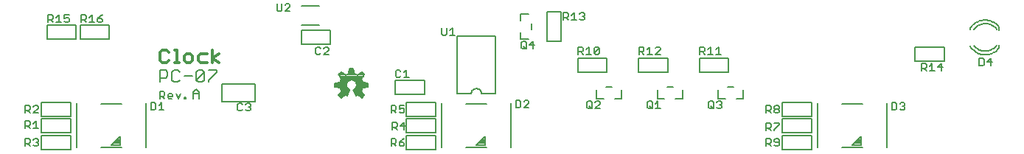
<source format=gto>
G75*
G70*
%OFA0B0*%
%FSLAX24Y24*%
%IPPOS*%
%LPD*%
%AMOC8*
5,1,8,0,0,1.08239X$1,22.5*
%
%ADD10C,0.0070*%
%ADD11C,0.0080*%
%ADD12C,0.0120*%
D10*
X003758Y000495D02*
X003758Y000825D01*
X003924Y000825D01*
X003979Y000770D01*
X003979Y000660D01*
X003924Y000605D01*
X003758Y000605D01*
X003868Y000605D02*
X003979Y000495D01*
X004127Y000550D02*
X004182Y000495D01*
X004292Y000495D01*
X004347Y000550D01*
X004347Y000605D01*
X004292Y000660D01*
X004237Y000660D01*
X004292Y000660D02*
X004347Y000715D01*
X004347Y000770D01*
X004292Y000825D01*
X004182Y000825D01*
X004127Y000770D01*
X004500Y000980D02*
X004500Y000340D01*
X005820Y000340D01*
X005820Y000980D01*
X004500Y000980D01*
X004500Y001090D02*
X004500Y001730D01*
X005820Y001730D01*
X005820Y001090D01*
X004500Y001090D01*
X004347Y001295D02*
X004127Y001295D01*
X004237Y001295D02*
X004237Y001625D01*
X004127Y001515D01*
X003979Y001460D02*
X003924Y001405D01*
X003758Y001405D01*
X003868Y001405D02*
X003979Y001295D01*
X003758Y001295D02*
X003758Y001625D01*
X003924Y001625D01*
X003979Y001570D01*
X003979Y001460D01*
X004500Y001840D02*
X004500Y002480D01*
X005820Y002480D01*
X005820Y001840D01*
X004500Y001840D01*
X004347Y001995D02*
X004127Y001995D01*
X004347Y002215D01*
X004347Y002270D01*
X004292Y002325D01*
X004182Y002325D01*
X004127Y002270D01*
X003979Y002270D02*
X003979Y002160D01*
X003924Y002105D01*
X003758Y002105D01*
X003758Y001995D02*
X003758Y002325D01*
X003924Y002325D01*
X003979Y002270D01*
X003868Y002105D02*
X003979Y001995D01*
X009438Y002126D02*
X009603Y002126D01*
X009658Y002181D01*
X009658Y002401D01*
X009603Y002456D01*
X009438Y002456D01*
X009438Y002126D01*
X009807Y002126D02*
X010027Y002126D01*
X009917Y002126D02*
X009917Y002456D01*
X009807Y002346D01*
X009845Y002645D02*
X009845Y002975D01*
X010010Y002975D01*
X010065Y002920D01*
X010065Y002810D01*
X010010Y002755D01*
X009845Y002755D01*
X009955Y002755D02*
X010065Y002645D01*
X010213Y002700D02*
X010213Y002810D01*
X010268Y002865D01*
X010378Y002865D01*
X010434Y002810D01*
X010434Y002755D01*
X010213Y002755D01*
X010213Y002700D02*
X010268Y002645D01*
X010378Y002645D01*
X010582Y002865D02*
X010692Y002645D01*
X010802Y002865D01*
X010950Y002700D02*
X011005Y002700D01*
X011005Y002645D01*
X010950Y002645D01*
X010950Y002700D01*
X012670Y002510D02*
X014150Y002510D01*
X014150Y003310D01*
X012670Y003310D01*
X012670Y002510D01*
X013358Y002370D02*
X013413Y002425D01*
X013524Y002425D01*
X013579Y002370D01*
X013727Y002370D02*
X013782Y002425D01*
X013892Y002425D01*
X013947Y002370D01*
X013947Y002315D01*
X013892Y002260D01*
X013947Y002205D01*
X013947Y002150D01*
X013892Y002095D01*
X013782Y002095D01*
X013727Y002150D01*
X013579Y002150D02*
X013524Y002095D01*
X013413Y002095D01*
X013358Y002150D01*
X013358Y002370D01*
X013837Y002260D02*
X013892Y002260D01*
X017919Y002798D02*
X018048Y002669D01*
X018237Y002823D01*
X018313Y002784D01*
X018420Y003043D01*
X018380Y003065D01*
X018344Y003094D01*
X018315Y003130D01*
X018293Y003170D01*
X018280Y003214D01*
X018276Y003260D01*
X018281Y003310D01*
X018297Y003358D01*
X018323Y003401D01*
X018358Y003438D01*
X018400Y003467D01*
X018446Y003486D01*
X018496Y003494D01*
X018547Y003491D01*
X018595Y003478D01*
X018640Y003455D01*
X018679Y003422D01*
X018710Y003382D01*
X018731Y003337D01*
X018743Y003288D01*
X018743Y003237D01*
X018733Y003188D01*
X018712Y003141D01*
X018682Y003101D01*
X018644Y003068D01*
X018600Y003043D01*
X018707Y002784D01*
X018783Y002823D01*
X018972Y002669D01*
X019101Y002798D01*
X018947Y002987D01*
X018986Y003063D01*
X019012Y003144D01*
X019254Y003169D01*
X019254Y003351D01*
X019012Y003376D01*
X018986Y003457D01*
X018947Y003533D01*
X019101Y003722D01*
X018972Y003851D01*
X018783Y003697D01*
X018707Y003736D01*
X018626Y003762D01*
X018601Y004004D01*
X018419Y004004D01*
X018394Y003762D01*
X018313Y003736D01*
X018237Y003697D01*
X018048Y003851D01*
X017919Y003722D01*
X018073Y003533D01*
X018034Y003457D01*
X018008Y003376D01*
X017766Y003351D01*
X017766Y003169D01*
X018008Y003144D01*
X018034Y003063D01*
X018073Y002987D01*
X017919Y002798D01*
X017946Y002832D02*
X018333Y002832D01*
X018361Y002900D02*
X018002Y002900D01*
X018058Y002969D02*
X018389Y002969D01*
X018418Y003037D02*
X018047Y003037D01*
X018020Y003106D02*
X018335Y003106D01*
X018292Y003174D02*
X017766Y003174D01*
X017766Y003243D02*
X018277Y003243D01*
X018281Y003311D02*
X017766Y003311D01*
X018009Y003380D02*
X018310Y003380D01*
X018372Y003448D02*
X018031Y003448D01*
X018064Y003517D02*
X018956Y003517D01*
X018989Y003585D02*
X018031Y003585D01*
X017975Y003654D02*
X019045Y003654D01*
X019101Y003722D02*
X018814Y003722D01*
X018735Y003722D02*
X018285Y003722D01*
X018206Y003722D02*
X017919Y003722D01*
X017988Y003791D02*
X018122Y003791D01*
X018397Y003791D02*
X018623Y003791D01*
X018616Y003859D02*
X018404Y003859D01*
X018411Y003928D02*
X018609Y003928D01*
X018602Y003996D02*
X018418Y003996D01*
X018898Y003791D02*
X019032Y003791D01*
X020515Y003880D02*
X020515Y003660D01*
X020570Y003605D01*
X020680Y003605D01*
X020735Y003660D01*
X020883Y003605D02*
X021104Y003605D01*
X020993Y003605D02*
X020993Y003935D01*
X020883Y003825D01*
X020735Y003880D02*
X020680Y003935D01*
X020570Y003935D01*
X020515Y003880D01*
X020500Y003480D02*
X021820Y003480D01*
X021820Y002840D01*
X020500Y002840D01*
X020500Y003480D01*
X019254Y003311D02*
X018737Y003311D01*
X018743Y003243D02*
X019254Y003243D01*
X019254Y003174D02*
X018727Y003174D01*
X018686Y003106D02*
X019000Y003106D01*
X018973Y003037D02*
X018602Y003037D01*
X018631Y002969D02*
X018962Y002969D01*
X019018Y002900D02*
X018659Y002900D01*
X018687Y002832D02*
X019074Y002832D01*
X019066Y002763D02*
X018856Y002763D01*
X018940Y002695D02*
X018997Y002695D01*
X018164Y002763D02*
X017954Y002763D01*
X018023Y002695D02*
X018080Y002695D01*
X020308Y002325D02*
X020474Y002325D01*
X020529Y002270D01*
X020529Y002160D01*
X020474Y002105D01*
X020308Y002105D01*
X020308Y001995D02*
X020308Y002325D01*
X020677Y002325D02*
X020677Y002160D01*
X020787Y002215D01*
X020842Y002215D01*
X020897Y002160D01*
X020897Y002050D01*
X020842Y001995D01*
X020732Y001995D01*
X020677Y002050D01*
X020529Y001995D02*
X020418Y002105D01*
X020677Y002325D02*
X020897Y002325D01*
X021000Y002480D02*
X021000Y001840D01*
X022320Y001840D01*
X022320Y002480D01*
X021000Y002480D01*
X023294Y002861D02*
X023924Y002861D01*
X023926Y002891D01*
X023931Y002920D01*
X023941Y002948D01*
X023953Y002975D01*
X023969Y003000D01*
X023988Y003023D01*
X024010Y003043D01*
X024034Y003060D01*
X024060Y003075D01*
X024087Y003085D01*
X024116Y003093D01*
X024145Y003097D01*
X024175Y003097D01*
X024204Y003093D01*
X024233Y003085D01*
X024260Y003075D01*
X024286Y003060D01*
X024310Y003043D01*
X024332Y003023D01*
X024351Y003000D01*
X024367Y002975D01*
X024379Y002948D01*
X024389Y002920D01*
X024394Y002891D01*
X024396Y002861D01*
X025026Y002861D01*
X025026Y005459D01*
X023294Y005459D01*
X023294Y002861D01*
X025938Y002556D02*
X026103Y002556D01*
X026158Y002501D01*
X026158Y002281D01*
X026103Y002226D01*
X025938Y002226D01*
X025938Y002556D01*
X026307Y002501D02*
X026362Y002556D01*
X026472Y002556D01*
X026527Y002501D01*
X026527Y002446D01*
X026307Y002226D01*
X026527Y002226D01*
X029158Y002250D02*
X029213Y002195D01*
X029324Y002195D01*
X029379Y002250D01*
X029379Y002470D01*
X029324Y002525D01*
X029213Y002525D01*
X029158Y002470D01*
X029158Y002250D01*
X029268Y002305D02*
X029379Y002195D01*
X029527Y002195D02*
X029747Y002415D01*
X029747Y002470D01*
X029692Y002525D01*
X029582Y002525D01*
X029527Y002470D01*
X029589Y002654D02*
X029589Y003028D01*
X030022Y003166D02*
X030298Y003166D01*
X030731Y003028D02*
X030731Y002654D01*
X030416Y002654D01*
X029904Y002654D02*
X029589Y002654D01*
X031884Y002471D02*
X031939Y002526D01*
X032049Y002526D01*
X032104Y002471D01*
X032104Y002250D01*
X032049Y002195D01*
X031939Y002195D01*
X031884Y002250D01*
X031884Y002471D01*
X032252Y002416D02*
X032362Y002526D01*
X032362Y002195D01*
X032252Y002195D02*
X032472Y002195D01*
X032104Y002195D02*
X031994Y002305D01*
X032339Y002654D02*
X032339Y003028D01*
X032772Y003166D02*
X033048Y003166D01*
X033481Y003028D02*
X033481Y002654D01*
X033166Y002654D01*
X032654Y002654D02*
X032339Y002654D01*
X034658Y002470D02*
X034713Y002525D01*
X034824Y002525D01*
X034879Y002470D01*
X034879Y002250D01*
X034824Y002195D01*
X034713Y002195D01*
X034658Y002250D01*
X034658Y002470D01*
X035027Y002470D02*
X035082Y002525D01*
X035192Y002525D01*
X035247Y002470D01*
X035247Y002415D01*
X035192Y002360D01*
X035247Y002305D01*
X035247Y002250D01*
X035192Y002195D01*
X035082Y002195D01*
X035027Y002250D01*
X034879Y002195D02*
X034768Y002305D01*
X035137Y002360D02*
X035192Y002360D01*
X035089Y002654D02*
X035089Y003028D01*
X035522Y003166D02*
X035798Y003166D01*
X036231Y003028D02*
X036231Y002654D01*
X035916Y002654D01*
X035404Y002654D02*
X035089Y002654D01*
X037258Y002325D02*
X037424Y002325D01*
X037479Y002270D01*
X037479Y002160D01*
X037424Y002105D01*
X037258Y002105D01*
X037258Y001995D02*
X037258Y002325D01*
X037627Y002270D02*
X037627Y002215D01*
X037682Y002160D01*
X037792Y002160D01*
X037847Y002105D01*
X037847Y002050D01*
X037792Y001995D01*
X037682Y001995D01*
X037627Y002050D01*
X037627Y002105D01*
X037682Y002160D01*
X037792Y002160D02*
X037847Y002215D01*
X037847Y002270D01*
X037792Y002325D01*
X037682Y002325D01*
X037627Y002270D01*
X038000Y002480D02*
X038000Y001840D01*
X039320Y001840D01*
X039320Y002480D01*
X038000Y002480D01*
X037479Y001995D02*
X037368Y002105D01*
X038000Y001730D02*
X038000Y001090D01*
X039320Y001090D01*
X039320Y001730D01*
X038000Y001730D01*
X037847Y001525D02*
X037627Y001525D01*
X037479Y001470D02*
X037479Y001360D01*
X037424Y001305D01*
X037258Y001305D01*
X037258Y001195D02*
X037258Y001525D01*
X037424Y001525D01*
X037479Y001470D01*
X037627Y001250D02*
X037847Y001470D01*
X037847Y001525D01*
X037627Y001250D02*
X037627Y001195D01*
X037479Y001195D02*
X037368Y001305D01*
X038000Y000980D02*
X038000Y000340D01*
X039320Y000340D01*
X039320Y000980D01*
X038000Y000980D01*
X037792Y000825D02*
X037682Y000825D01*
X037627Y000770D01*
X037627Y000715D01*
X037682Y000660D01*
X037847Y000660D01*
X037847Y000550D02*
X037847Y000770D01*
X037792Y000825D01*
X037479Y000770D02*
X037479Y000660D01*
X037424Y000605D01*
X037258Y000605D01*
X037368Y000605D02*
X037479Y000495D01*
X037627Y000550D02*
X037682Y000495D01*
X037792Y000495D01*
X037847Y000550D01*
X037258Y000495D02*
X037258Y000825D01*
X037424Y000825D01*
X037479Y000770D01*
X042938Y002126D02*
X043103Y002126D01*
X043158Y002181D01*
X043158Y002401D01*
X043103Y002456D01*
X042938Y002456D01*
X042938Y002126D01*
X043307Y002181D02*
X043362Y002126D01*
X043472Y002126D01*
X043527Y002181D01*
X043527Y002236D01*
X043472Y002291D01*
X043417Y002291D01*
X043472Y002291D02*
X043527Y002346D01*
X043527Y002401D01*
X043472Y002456D01*
X043362Y002456D01*
X043307Y002401D01*
X035570Y003840D02*
X034250Y003840D01*
X034250Y004480D01*
X035570Y004480D01*
X035570Y003840D01*
X032820Y003840D02*
X031500Y003840D01*
X031500Y004480D01*
X032820Y004480D01*
X032820Y003840D01*
X030070Y003840D02*
X028750Y003840D01*
X028750Y004480D01*
X030070Y004480D01*
X030070Y003840D01*
X029667Y004655D02*
X029557Y004655D01*
X029502Y004710D01*
X029722Y004930D01*
X029722Y004710D01*
X029667Y004655D01*
X029502Y004710D02*
X029502Y004930D01*
X029557Y004985D01*
X029667Y004985D01*
X029722Y004930D01*
X029243Y004985D02*
X029133Y004875D01*
X028985Y004820D02*
X028930Y004765D01*
X028765Y004765D01*
X028875Y004765D02*
X028985Y004655D01*
X029133Y004655D02*
X029354Y004655D01*
X029243Y004655D02*
X029243Y004985D01*
X028985Y004930D02*
X028985Y004820D01*
X028985Y004930D02*
X028930Y004985D01*
X028765Y004985D01*
X028765Y004655D01*
X026717Y004895D02*
X026717Y005226D01*
X026552Y005061D01*
X026772Y005061D01*
X026404Y005171D02*
X026404Y004950D01*
X026349Y004895D01*
X026239Y004895D01*
X026184Y004950D01*
X026184Y005171D01*
X026239Y005226D01*
X026349Y005226D01*
X026404Y005171D01*
X026294Y005005D02*
X026404Y004895D01*
X027340Y005250D02*
X027980Y005250D01*
X027980Y006570D01*
X027340Y006570D01*
X027340Y005250D01*
X026528Y005339D02*
X026154Y005339D01*
X026154Y005654D01*
X026666Y005772D02*
X026666Y006048D01*
X026154Y006166D02*
X026154Y006481D01*
X026528Y006481D01*
X028095Y006525D02*
X028095Y006195D01*
X028205Y006305D02*
X028315Y006195D01*
X028463Y006195D02*
X028684Y006195D01*
X028573Y006195D02*
X028573Y006525D01*
X028463Y006415D01*
X028315Y006360D02*
X028260Y006305D01*
X028095Y006305D01*
X028315Y006360D02*
X028315Y006470D01*
X028260Y006525D01*
X028095Y006525D01*
X028832Y006470D02*
X028887Y006525D01*
X028997Y006525D01*
X029052Y006470D01*
X029052Y006415D01*
X028997Y006360D01*
X029052Y006305D01*
X029052Y006250D01*
X028997Y006195D01*
X028887Y006195D01*
X028832Y006250D01*
X028942Y006360D02*
X028997Y006360D01*
X023188Y005502D02*
X022968Y005502D01*
X023078Y005502D02*
X023078Y005833D01*
X022968Y005723D01*
X022820Y005833D02*
X022820Y005558D01*
X022764Y005502D01*
X022654Y005502D01*
X022599Y005558D01*
X022599Y005833D01*
X017570Y005730D02*
X017570Y005090D01*
X016250Y005090D01*
X016250Y005730D01*
X017570Y005730D01*
X017422Y004965D02*
X017312Y004965D01*
X017257Y004910D01*
X017109Y004910D02*
X017054Y004965D01*
X016943Y004965D01*
X016888Y004910D01*
X016888Y004690D01*
X016943Y004635D01*
X017054Y004635D01*
X017109Y004690D01*
X017257Y004635D02*
X017477Y004855D01*
X017477Y004910D01*
X017422Y004965D01*
X017477Y004635D02*
X017257Y004635D01*
X012409Y003925D02*
X012409Y003837D01*
X012055Y003483D01*
X012055Y003395D01*
X011856Y003483D02*
X011768Y003395D01*
X011591Y003395D01*
X011502Y003483D01*
X011856Y003837D01*
X011856Y003483D01*
X011502Y003483D02*
X011502Y003837D01*
X011591Y003925D01*
X011768Y003925D01*
X011856Y003837D01*
X012055Y003925D02*
X012409Y003925D01*
X011304Y003660D02*
X010950Y003660D01*
X010199Y003660D02*
X010110Y003572D01*
X009845Y003572D01*
X010397Y003483D02*
X010486Y003395D01*
X010663Y003395D01*
X010751Y003483D01*
X010397Y003483D02*
X010397Y003837D01*
X010486Y003925D01*
X010663Y003925D01*
X010751Y003837D01*
X010199Y003837D02*
X010199Y003660D01*
X010199Y003837D02*
X010110Y003925D01*
X009845Y003925D01*
X009845Y003395D01*
X018648Y003448D02*
X018989Y003448D01*
X019011Y003380D02*
X018711Y003380D01*
X021000Y001730D02*
X021000Y001090D01*
X022320Y001090D01*
X022320Y001730D01*
X021000Y001730D01*
X020892Y001575D02*
X020727Y001410D01*
X020947Y001410D01*
X020579Y001410D02*
X020524Y001355D01*
X020358Y001355D01*
X020358Y001245D02*
X020358Y001575D01*
X020524Y001575D01*
X020579Y001520D01*
X020579Y001410D01*
X020468Y001355D02*
X020579Y001245D01*
X020892Y001245D02*
X020892Y001575D01*
X021000Y000980D02*
X021000Y000340D01*
X022320Y000340D01*
X022320Y000980D01*
X021000Y000980D01*
X020897Y000825D02*
X020787Y000770D01*
X020677Y000660D01*
X020842Y000660D01*
X020897Y000605D01*
X020897Y000550D01*
X020842Y000495D01*
X020732Y000495D01*
X020677Y000550D01*
X020677Y000660D01*
X020529Y000660D02*
X020474Y000605D01*
X020308Y000605D01*
X020418Y000605D02*
X020529Y000495D01*
X020308Y000495D02*
X020308Y000825D01*
X020474Y000825D01*
X020529Y000770D01*
X020529Y000660D01*
X029527Y002195D02*
X029747Y002195D01*
X044000Y004340D02*
X044000Y004980D01*
X045320Y004980D01*
X045320Y004340D01*
X044000Y004340D01*
X044290Y004225D02*
X044455Y004225D01*
X044510Y004170D01*
X044510Y004060D01*
X044455Y004005D01*
X044290Y004005D01*
X044290Y003895D02*
X044290Y004225D01*
X044658Y004115D02*
X044768Y004225D01*
X044768Y003895D01*
X044658Y003895D02*
X044879Y003895D01*
X045192Y003895D02*
X045192Y004225D01*
X045027Y004060D01*
X045247Y004060D01*
X044510Y003895D02*
X044400Y004005D01*
X046888Y004126D02*
X046888Y004456D01*
X047053Y004456D01*
X047108Y004401D01*
X047108Y004181D01*
X047053Y004126D01*
X046888Y004126D01*
X047421Y004126D02*
X047421Y004456D01*
X047256Y004291D01*
X047476Y004291D01*
X035222Y004655D02*
X035002Y004655D01*
X035112Y004655D02*
X035112Y004985D01*
X035002Y004875D01*
X034743Y004985D02*
X034633Y004875D01*
X034485Y004820D02*
X034430Y004765D01*
X034265Y004765D01*
X034375Y004765D02*
X034485Y004655D01*
X034633Y004655D02*
X034854Y004655D01*
X034743Y004655D02*
X034743Y004985D01*
X034485Y004930D02*
X034430Y004985D01*
X034265Y004985D01*
X034265Y004655D01*
X034485Y004820D02*
X034485Y004930D01*
X032472Y004875D02*
X032472Y004930D01*
X032417Y004985D01*
X032307Y004985D01*
X032252Y004930D01*
X032472Y004875D02*
X032252Y004655D01*
X032472Y004655D01*
X032104Y004655D02*
X031883Y004655D01*
X031993Y004655D02*
X031993Y004985D01*
X031883Y004875D01*
X031735Y004820D02*
X031680Y004765D01*
X031515Y004765D01*
X031625Y004765D02*
X031735Y004655D01*
X031515Y004655D02*
X031515Y004985D01*
X031680Y004985D01*
X031735Y004930D01*
X031735Y004820D01*
X015730Y006594D02*
X015510Y006594D01*
X015730Y006814D01*
X015730Y006869D01*
X015675Y006924D01*
X015565Y006924D01*
X015510Y006869D01*
X015362Y006924D02*
X015362Y006649D01*
X015307Y006594D01*
X015196Y006594D01*
X015141Y006649D01*
X015141Y006924D01*
X007570Y005980D02*
X007570Y005340D01*
X006250Y005340D01*
X006250Y005980D01*
X007570Y005980D01*
X007252Y006150D02*
X007197Y006095D01*
X007087Y006095D01*
X007032Y006150D01*
X007032Y006260D01*
X007197Y006260D01*
X007252Y006205D01*
X007252Y006150D01*
X007142Y006370D02*
X007032Y006260D01*
X006773Y006425D02*
X006663Y006315D01*
X006773Y006425D02*
X006773Y006095D01*
X006663Y006095D02*
X006884Y006095D01*
X006515Y006095D02*
X006405Y006205D01*
X006460Y006205D02*
X006295Y006205D01*
X006295Y006095D02*
X006295Y006425D01*
X006460Y006425D01*
X006515Y006370D01*
X006515Y006260D01*
X006460Y006205D01*
X005752Y006150D02*
X005697Y006095D01*
X005587Y006095D01*
X005532Y006150D01*
X005532Y006260D02*
X005642Y006315D01*
X005697Y006315D01*
X005752Y006260D01*
X005752Y006150D01*
X005532Y006260D02*
X005532Y006425D01*
X005752Y006425D01*
X005273Y006425D02*
X005163Y006315D01*
X005273Y006425D02*
X005273Y006095D01*
X005163Y006095D02*
X005384Y006095D01*
X005015Y006095D02*
X004905Y006205D01*
X004960Y006205D02*
X004795Y006205D01*
X004795Y006095D02*
X004795Y006425D01*
X004960Y006425D01*
X005015Y006370D01*
X005015Y006260D01*
X004960Y006205D01*
X004750Y005980D02*
X004750Y005340D01*
X006070Y005340D01*
X006070Y005980D01*
X004750Y005980D01*
X007142Y006370D02*
X007252Y006425D01*
D11*
X016266Y006843D02*
X017054Y006843D01*
X017054Y005977D02*
X016266Y005977D01*
X011630Y002930D02*
X011490Y003070D01*
X011350Y002930D01*
X011350Y002650D01*
X011630Y002650D02*
X011630Y002930D01*
X011630Y002860D02*
X011350Y002860D01*
X009235Y002434D02*
X009235Y000426D01*
X008132Y000426D02*
X007188Y000426D01*
X007660Y000544D02*
X008054Y000938D01*
X008054Y000544D01*
X007660Y000544D01*
X007669Y000553D02*
X008054Y000553D01*
X008054Y000631D02*
X007747Y000631D01*
X007826Y000710D02*
X008054Y000710D01*
X008054Y000788D02*
X007904Y000788D01*
X007983Y000867D02*
X008054Y000867D01*
X006085Y000426D02*
X006085Y002434D01*
X007188Y002394D02*
X008132Y002394D01*
X022585Y002434D02*
X022585Y000426D01*
X023688Y000426D02*
X024632Y000426D01*
X024554Y000544D02*
X024160Y000544D01*
X024554Y000938D01*
X024554Y000544D01*
X024554Y000553D02*
X024169Y000553D01*
X024247Y000631D02*
X024554Y000631D01*
X024554Y000710D02*
X024326Y000710D01*
X024404Y000788D02*
X024554Y000788D01*
X024554Y000867D02*
X024483Y000867D01*
X025735Y000426D02*
X025735Y002434D01*
X024632Y002394D02*
X023688Y002394D01*
X039585Y002434D02*
X039585Y000426D01*
X040688Y000426D02*
X041632Y000426D01*
X041554Y000544D02*
X041160Y000544D01*
X041554Y000938D01*
X041554Y000544D01*
X041554Y000553D02*
X041169Y000553D01*
X041247Y000631D02*
X041554Y000631D01*
X041554Y000710D02*
X041326Y000710D01*
X041404Y000788D02*
X041554Y000788D01*
X041554Y000867D02*
X041483Y000867D01*
X042735Y000426D02*
X042735Y002434D01*
X041632Y002394D02*
X040688Y002394D01*
X047790Y004938D02*
X047790Y005075D01*
X047671Y005784D02*
X047640Y005823D01*
X047606Y005859D01*
X047569Y005892D01*
X047530Y005923D01*
X047488Y005950D01*
X047444Y005974D01*
X047398Y005994D01*
X047351Y006010D01*
X047303Y006023D01*
X047254Y006032D01*
X047205Y006037D01*
X047155Y006038D01*
X047105Y006035D01*
X047056Y006028D01*
X047007Y006017D01*
X046960Y006003D01*
X046913Y005984D01*
X046869Y005963D01*
X046826Y005937D01*
X046785Y005908D01*
X046747Y005877D01*
X046711Y005842D01*
X046678Y005804D01*
X046648Y005764D01*
X047790Y005745D02*
X047790Y005882D01*
X047672Y005056D02*
X047643Y005017D01*
X047610Y004981D01*
X047575Y004948D01*
X047537Y004917D01*
X047497Y004889D01*
X047455Y004865D01*
X047411Y004844D01*
X047366Y004826D01*
X047319Y004812D01*
X047272Y004802D01*
X047224Y004795D01*
X047175Y004792D01*
X047127Y004793D01*
X047078Y004798D01*
X047030Y004806D01*
X046983Y004818D01*
X046937Y004834D01*
X046893Y004854D01*
X046850Y004877D01*
X046809Y004903D01*
X046770Y004932D01*
X046733Y004964D01*
X046699Y004999D01*
X046668Y005036D01*
X046471Y005036D02*
X046499Y004989D01*
X046529Y004945D01*
X046563Y004902D01*
X046599Y004862D01*
X046638Y004824D01*
X046680Y004790D01*
X046724Y004758D01*
X046770Y004729D01*
X046818Y004704D01*
X046867Y004682D01*
X046918Y004663D01*
X046970Y004648D01*
X047023Y004636D01*
X047077Y004629D01*
X047131Y004625D01*
X047185Y004624D01*
X047239Y004628D01*
X047293Y004635D01*
X047346Y004646D01*
X047398Y004660D01*
X047449Y004678D01*
X047499Y004700D01*
X047547Y004725D01*
X047593Y004753D01*
X047637Y004784D01*
X047679Y004819D01*
X047719Y004856D01*
X047756Y004896D01*
X047790Y004938D01*
X047790Y005882D02*
X047756Y005924D01*
X047719Y005964D01*
X047679Y006001D01*
X047637Y006036D01*
X047593Y006067D01*
X047547Y006095D01*
X047499Y006120D01*
X047449Y006142D01*
X047398Y006160D01*
X047346Y006174D01*
X047293Y006185D01*
X047239Y006192D01*
X047185Y006196D01*
X047131Y006195D01*
X047077Y006191D01*
X047023Y006184D01*
X046970Y006172D01*
X046918Y006157D01*
X046867Y006138D01*
X046818Y006116D01*
X046770Y006091D01*
X046724Y006062D01*
X046680Y006030D01*
X046638Y005996D01*
X046599Y005958D01*
X046563Y005918D01*
X046529Y005875D01*
X046499Y005831D01*
X046471Y005784D01*
D12*
X012524Y004657D02*
X012233Y004463D01*
X012524Y004270D01*
X012233Y004270D02*
X012233Y004850D01*
X011976Y004657D02*
X011686Y004657D01*
X011589Y004560D01*
X011589Y004367D01*
X011686Y004270D01*
X011976Y004270D01*
X011331Y004367D02*
X011331Y004560D01*
X011234Y004657D01*
X011041Y004657D01*
X010944Y004560D01*
X010944Y004367D01*
X011041Y004270D01*
X011234Y004270D01*
X011331Y004367D01*
X010708Y004270D02*
X010515Y004270D01*
X010611Y004270D02*
X010611Y004850D01*
X010515Y004850D01*
X010257Y004754D02*
X010160Y004850D01*
X009967Y004850D01*
X009870Y004754D01*
X009870Y004367D01*
X009967Y004270D01*
X010160Y004270D01*
X010257Y004367D01*
M02*

</source>
